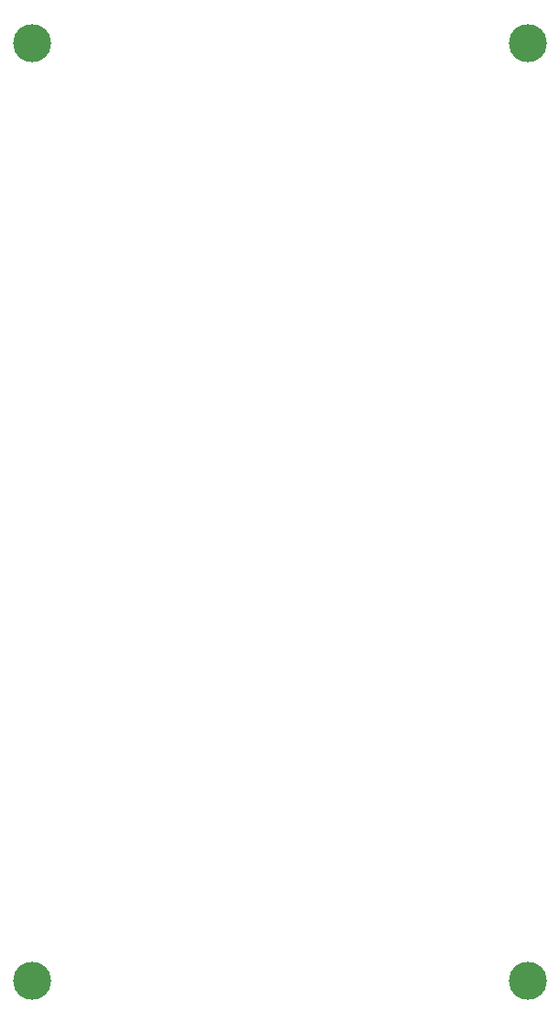
<source format=gbr>
%TF.GenerationSoftware,KiCad,Pcbnew,7.0.2-79-gd0069e0e1d*%
%TF.CreationDate,2023-05-08T00:19:59+01:00*%
%TF.ProjectId,ToastedBreadBoard64,546f6173-7465-4644-9272-656164426f61,rev?*%
%TF.SameCoordinates,Original*%
%TF.FileFunction,Paste,Bot*%
%TF.FilePolarity,Positive*%
%FSLAX46Y46*%
G04 Gerber Fmt 4.6, Leading zero omitted, Abs format (unit mm)*
G04 Created by KiCad (PCBNEW 7.0.2-79-gd0069e0e1d) date 2023-05-08 00:19:59*
%MOMM*%
%LPD*%
G01*
G04 APERTURE LIST*
%ADD10C,3.500000*%
G04 APERTURE END LIST*
D10*
%TO.C,H3*%
X151130000Y-110490000D03*
%TD*%
%TO.C,H1*%
X105410000Y-24130000D03*
%TD*%
%TO.C,H2*%
X151130000Y-24130000D03*
%TD*%
%TO.C,H4*%
X105410000Y-110490000D03*
%TD*%
M02*

</source>
